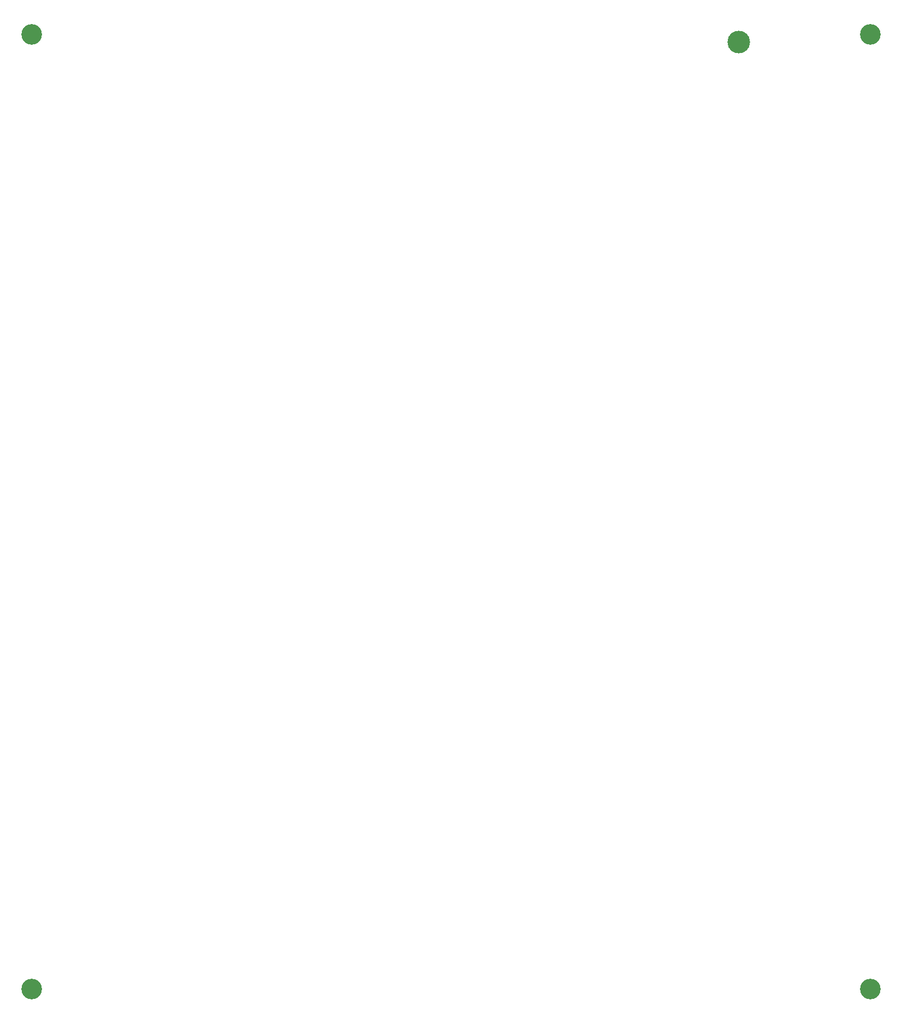
<source format=gbr>
%TF.GenerationSoftware,KiCad,Pcbnew,5.1.10*%
%TF.CreationDate,2021-11-29T06:36:33+01:00*%
%TF.ProjectId,Tiny2k,54696e79-326b-42e6-9b69-6361645f7063,rev?*%
%TF.SameCoordinates,Original*%
%TF.FileFunction,NonPlated,1,2,NPTH,Drill*%
%TF.FilePolarity,Positive*%
%FSLAX46Y46*%
G04 Gerber Fmt 4.6, Leading zero omitted, Abs format (unit mm)*
G04 Created by KiCad (PCBNEW 5.1.10) date 2021-11-29 06:36:33*
%MOMM*%
%LPD*%
G01*
G04 APERTURE LIST*
%TA.AperFunction,ComponentDrill*%
%ADD10C,3.200000*%
%TD*%
%TA.AperFunction,ComponentDrill*%
%ADD11C,3.500000*%
%TD*%
G04 APERTURE END LIST*
D10*
%TO.C,H1*%
X26000000Y-26000000D03*
%TO.C,H2*%
X26000000Y-174000000D03*
%TO.C,H3*%
X156000000Y-26000000D03*
%TO.C,H4*%
X156000000Y-174000000D03*
D11*
%TO.C,U14*%
X135640000Y-27140000D03*
M02*

</source>
